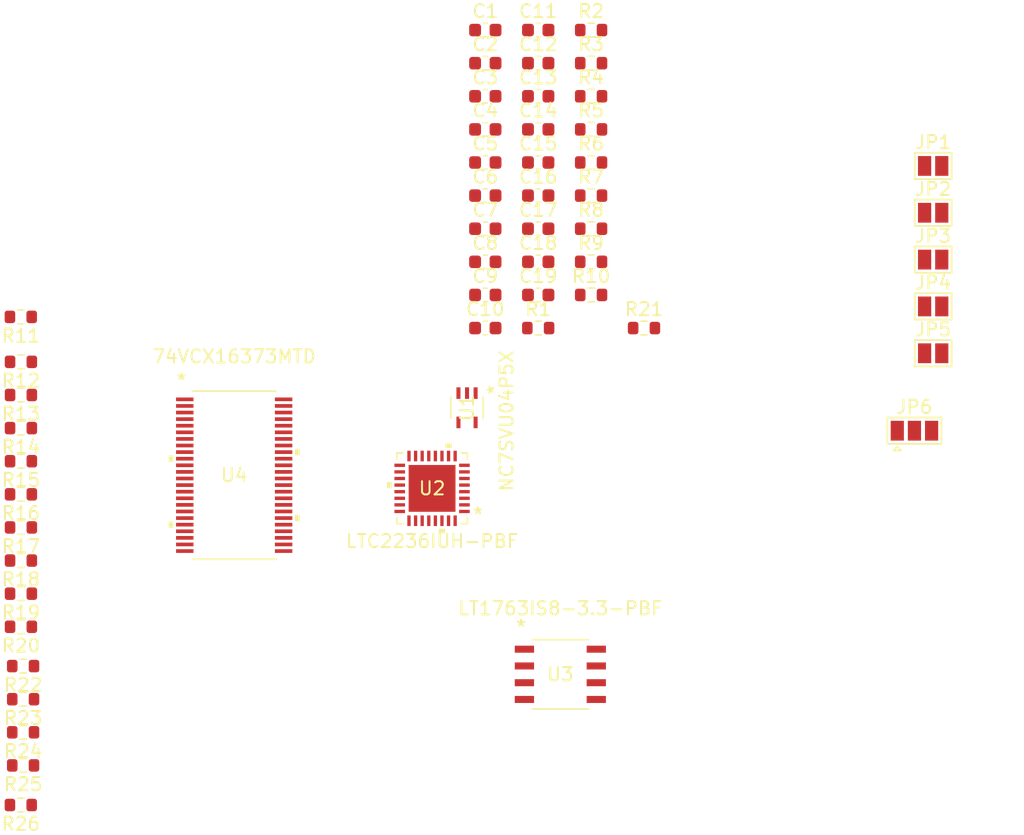
<source format=kicad_pcb>
(kicad_pcb (version 20221018) (generator pcbnew)
  (layers (0 "F.Cu" signal) (31 "B.Cu" signal) (34 "B.Paste" user) (35 "F.Paste" user) (36 "B.SilkS" user "B.Silkscreen") (37 "F.SilkS" user "F.Silkscreen") (38 "B.Mask" user) (39 "F.Mask" user) (44 "Edge.Cuts" user))
  (net 0 "")
  (net 1 "Net-(JP1-B)")
  (net 2 "GND")
  (net 3 "VDD")
  (net 4 "Net-(U2-AIN+)")
  (net 5 "Net-(U2-AIN-)")
  (net 6 "Net-(C6-Pad1)")
  (net 7 "Net-(C7-Pad1)")
  (net 8 "Net-(JP2-B)")
  (net 9 "VCC")
  (net 10 "Net-(U3-SENSE{slash}ADJ)")
  (net 11 "Net-(U3-BYP)")
  (net 12 "Net-(JP6-A)")
  (net 13 "Net-(JP3-A)")
  (net 14 "Net-(JP4-A)")
  (net 15 "Net-(JP6-C)")
  (net 16 "/CLK")
  (net 17 "/TO_ADC_H")
  (net 18 "/TO_ADC_L")
  (net 19 "Net-(U4-O0)")
  (net 20 "Net-(U4-O1)")
  (net 21 "Net-(U4-O2)")
  (net 22 "Net-(U4-O3)")
  (net 23 "Net-(U4-O4)")
  (net 24 "Net-(U4-O5)")
  (net 25 "/D0")
  (net 26 "Net-(U4-O6)")
  (net 27 "/D1")
  (net 28 "Net-(U4-O7)")
  (net 29 "/D2")
  (net 30 "Net-(U4-O8)")
  (net 31 "/D3")
  (net 32 "Net-(U4-O9)")
  (net 33 "/D4")
  (net 34 "Net-(U4-O10)")
  (net 35 "/D5")
  (net 36 "Net-(U4-O11)")
  (net 37 "/D6")
  (net 38 "Net-(U4-O12)")
  (net 39 "/D7")
  (net 40 "Net-(U4-O13)")
  (net 41 "/D8")
  (net 42 "Net-(U4-O14)")
  (net 43 "/D9")
  (net 44 "Net-(U4-O15)")
  (net 46 "Net-(U1-Y)")
  (net 51 "Net-(U2-D0)")
  (net 52 "Net-(U2-D1)")
  (net 53 "Net-(U2-D2)")
  (net 54 "Net-(U2-D3)")
  (net 55 "Net-(U2-D4)")
  (net 56 "Net-(U2-D5)")
  (net 57 "Net-(U2-D6)")
  (net 58 "Net-(U2-D7)")
  (net 59 "Net-(U2-D8)")
  (net 60 "Net-(U2-D9)")
  (net 61 "Net-(U2-OF)")
  (footprint "Resistor_SMD:R_0603_1608Metric" (layer "F.Cu") (at 65.825 125 180)
    (fp_text reference "R26" (at 0 -1.43) (layer "F.SilkS"))
    (fp_text value "33")
    (fp_line (start -0.237258 -0.5225) (end 0.237258 -0.5225) (stroke (width 0.12)) (layer "F.SilkS"))
    (fp_line (start -0.237258 0.5225) (end 0.237258 0.5225) (stroke (width 0.12)) (layer "F.SilkS"))
    (pad "1" smd roundrect (at -0.825 0 180) (size 0.8 0.95) (layers "F.Cu" "F.Paste" "F.Mask") (net 44 "Net-(U4-O15)"))
    (pad "2" smd roundrect (at 0.825 0 180) (size 0.8 0.95) (layers "F.Cu" "F.Paste" "F.Mask") (net 2 "GND"))
  )
  (footprint "Resistor_SMD:R_0603_1608Metric" (layer "F.Cu") (at 65.835 111.49 180)
    (fp_text reference "R20" (at 0 -1.43) (layer "F.SilkS"))
    (fp_text value "33")
    (fp_line (start -0.237258 -0.5225) (end 0.237258 -0.5225) (stroke (width 0.12)) (layer "F.SilkS"))
    (fp_line (start -0.237258 0.5225) (end 0.237258 0.5225) (stroke (width 0.12)) (layer "F.SilkS"))
    (pad "1" smd roundrect (at -0.825 0 180) (size 0.8 0.95) (layers "F.Cu" "F.Paste" "F.Mask") (net 32 "Net-(U4-O9)"))
    (pad "2" smd roundrect (at 0.825 0 180) (size 0.8 0.95) (layers "F.Cu" "F.Paste" "F.Mask") (net 33 "/D4"))
  )
  (footprint "Jumper:SolderJumper-2_P1.3mm_Open_Pad1.0x1.5mm" (layer "F.Cu") (at 134.9857 87.2071)
    (fp_text reference "JP4" (at 0 -1.8) (layer "F.SilkS"))
    (fp_text value "Jumper_2_Open")
    (fp_line (start -1.4 -1) (end 1.4 -1) (stroke (width 0.12)) (layer "F.SilkS"))
    (fp_line (start -1.4 1) (end -1.4 -1) (stroke (width 0.12)) (layer "F.SilkS"))
    (fp_line (start 1.4 -1) (end 1.4 1) (stroke (width 0.12)) (layer "F.SilkS"))
    (fp_line (start 1.4 1) (end -1.4 1) (stroke (width 0.12)) (layer "F.SilkS"))
    (pad "1" smd rect (at -0.65 0) (size 1 1.5) (layers "F.Cu" "F.Mask") (net 14 "Net-(JP4-A)"))
    (pad "2" smd rect (at 0.65 0) (size 1 1.5) (layers "F.Cu" "F.Mask") (net 8 "Net-(JP2-B)"))
  )
  (footprint "Capacitor_SMD:C_0603_1608Metric" (layer "F.Cu") (at 105.0457 81.3171)
    (fp_text reference "C17" (at 0 -1.43) (layer "F.SilkS"))
    (fp_text value "0.1u")
    (fp_line (start -0.14058 -0.51) (end 0.14058 -0.51) (stroke (width 0.12)) (layer "F.SilkS"))
    (fp_line (start -0.14058 0.51) (end 0.14058 0.51) (stroke (width 0.12)) (layer "F.SilkS"))
    (pad "1" smd roundrect (at -0.775 0) (size 0.9 0.95) (layers "F.Cu" "F.Paste" "F.Mask") (net 9 "VCC"))
    (pad "2" smd roundrect (at 0.775 0) (size 0.9 0.95) (layers "F.Cu" "F.Paste" "F.Mask") (net 2 "GND"))
  )
  (footprint "Capacitor_SMD:C_0603_1608Metric" (layer "F.Cu") (at 105.0457 78.8071)
    (fp_text reference "C16" (at 0 -1.43) (layer "F.SilkS"))
    (fp_text value "0.1u")
    (fp_line (start -0.14058 -0.51) (end 0.14058 -0.51) (stroke (width 0.12)) (layer "F.SilkS"))
    (fp_line (start -0.14058 0.51) (end 0.14058 0.51) (stroke (width 0.12)) (layer "F.SilkS"))
    (pad "1" smd roundrect (at -0.775 0) (size 0.9 0.95) (layers "F.Cu" "F.Paste" "F.Mask") (net 9 "VCC"))
    (pad "2" smd roundrect (at 0.775 0) (size 0.9 0.95) (layers "F.Cu" "F.Paste" "F.Mask") (net 2 "GND"))
  )
  (footprint "Capacitor_SMD:C_0603_1608Metric" (layer "F.Cu") (at 101.0357 66.2571)
    (fp_text reference "C1" (at 0 -1.43) (layer "F.SilkS"))
    (fp_text value "0.1u")
    (fp_line (start -0.14058 -0.51) (end 0.14058 -0.51) (stroke (width 0.12)) (layer "F.SilkS"))
    (fp_line (start -0.14058 0.51) (end 0.14058 0.51) (stroke (width 0.12)) (layer "F.SilkS"))
    (pad "1" smd roundrect (at -0.775 0) (size 0.9 0.95) (layers "F.Cu" "F.Paste" "F.Mask") (net 1 "Net-(JP1-B)"))
    (pad "2" smd roundrect (at 0.775 0) (size 0.9 0.95) (layers "F.Cu" "F.Paste" "F.Mask") (net 2 "GND"))
  )
  (footprint "Latch:74VCX16373MTD" (layer "F.Cu") (at 82 100)
    (fp_text reference "U4" (at 0 0) (layer "F.SilkS"))
    (fp_text value "74VCX16373MTD" (at 0 -9) (layer "F.SilkS"))
    (fp_text user "*" (at -4.0005 -7.1724) (layer "F.SilkS"))
    (fp_text user "*" (at -4.0005 -7.1724) (layer "F.SilkS"))
    (fp_line (start -3.175 6.3754) (end 3.175 6.3754) (stroke (width 0.12)) (layer "F.SilkS"))
    (fp_line (start 3.175 -6.3754) (end -3.175 -6.3754) (stroke (width 0.12)) (layer "F.SilkS"))
    (fp_poly (pts (xy -4.9149 -1.4405) (xy -4.9149 -1.0595) (xy -4.6609 -1.0595) (xy -4.6609 -1.4405)) (stroke (width 0.1)) (fill solid) (layer "F.SilkS"))
    (fp_poly (pts (xy -4.9149 3.5595) (xy -4.9149 3.9405) (xy -4.6609 3.9405) (xy -4.6609 3.5595)) (stroke (width 0.1)) (fill solid) (layer "F.SilkS"))
    (fp_poly (pts (xy 4.9149 -1.940502) (xy 4.9149 -1.559502) (xy 4.6609 -1.559502) (xy 4.6609 -1.940502)) (stroke (width 0.1)) (fill solid) (layer "F.SilkS"))
    (fp_poly (pts (xy 4.9149 3.059501) (xy 4.9149 3.440501) (xy 4.6609 3.440501) (xy 4.6609 3.059501)) (stroke (width 0.1)) (fill solid) (layer "F.SilkS"))
    (pad "1" smd rect (at -3.7465 -5.749999) (size 1.3208 0.2794) (layers "F.Cu" "F.Paste" "F.Mask") (net 15 "Net-(JP6-C)"))
    (pad "2" smd rect (at -3.7465 -5.25) (size 1.3208 0.2794) (layers "F.Cu" "F.Paste" "F.Mask") (net 19 "Net-(U4-O0)"))
    (pad "3" smd rect (at -3.7465 -4.750001) (size 1.3208 0.2794) (layers "F.Cu" "F.Paste" "F.Mask") (net 20 "Net-(U4-O1)"))
    (pad "4" smd rect (at -3.7465 -4.249999) (size 1.3208 0.2794) (layers "F.Cu" "F.Paste" "F.Mask") (net 2 "GND"))
    (pad "5" smd rect (at -3.7465 -3.75) (size 1.3208 0.2794) (layers "F.Cu" "F.Paste" "F.Mask") (net 21 "Net-(U4-O2)"))
    (pad "6" smd rect (at -3.7465 -3.250001) (size 1.3208 0.2794) (layers "F.Cu" "F.Paste" "F.Mask") (net 22 "Net-(U4-O3)"))
    (pad "7" smd rect (at -3.7465 -2.75) (size 1.3208 0.2794) (layers "F.Cu" "F.Paste" "F.Mask") (net 9 "VCC"))
    (pad "8" smd rect (at -3.7465 -2.250001) (size 1.3208 0.2794) (layers "F.Cu" "F.Paste" "F.Mask") (net 23 "Net-(U4-O4)"))
    (pad "9" smd rect (at -3.7465 -1.749999) (size 1.3208 0.2794) (layers "F.Cu" "F.Paste" "F.Mask") (net 24 "Net-(U4-O5)"))
    (pad "10" smd rect (at -3.7465 -1.25) (size 1.3208 0.2794) (layers "F.Cu" "F.Paste" "F.Mask") (net 2 "GND"))
    (pad "11" smd rect (at -3.7465 -0.750001) (size 1.3208 0.2794) (layers "F.Cu" "F.Paste" "F.Mask") (net 26 "Net-(U4-O6)"))
    (pad "12" smd rect (at -3.7465 -0.25) (size 1.3208 0.2794) (layers "F.Cu" "F.Paste" "F.Mask") (net 28 "Net-(U4-O7)"))
    (pad "13" smd rect (at -3.7465 0.25) (size 1.3208 0.2794) (layers "F.Cu" "F.Paste" "F.Mask") (net 30 "Net-(U4-O8)"))
    (pad "14" smd rect (at -3.7465 0.750001) (size 1.3208 0.2794) (layers "F.Cu" "F.Paste" "F.Mask") (net 32 "Net-(U4-O9)"))
    (pad "15" smd rect (at -3.7465 1.25) (size 1.3208 0.2794) (layers "F.Cu" "F.Paste" "F.Mask") (net 2 "GND"))
    (pad "16" smd rect (at -3.7465 1.749999) (size 1.3208 0.2794) (layers "F.Cu" "F.Paste" "F.Mask") (net 34 "Net-(U4-O10)"))
    (pad "17" smd rect (at -3.7465 2.250001) (size 1.3208 0.2794) (layers "F.Cu" "F.Paste" "F.Mask") (net 36 "Net-(U4-O11)"))
    (pad "18" smd rect (at -3.7465 2.75) (size 1.3208 0.2794) (layers "F.Cu" "F.Paste" "F.Mask") (net 9 "VCC"))
    (pad "19" smd rect (at -3.7465 3.250001) (size 1.3208 0.2794) (layers "F.Cu" "F.Paste" "F.Mask") (net 38 "Net-(U4-O12)"))
    (pad "20" smd rect (at -3.7465 3.75) (size 1.3208 0.2794) (layers "F.Cu" "F.Paste" "F.Mask") (net 40 "Net-(U4-O13)"))
    (pad "21" smd rect (at -3.7465 4.249999) (size 1.3208 0.2794) (layers "F.Cu" "F.Paste" "F.Mask") (net 2 "GND"))
    (pad "22" smd rect (at -3.7465 4.750001) (size 1.3208 0.2794) (layers "F.Cu" "F.Paste" "F.Mask") (net 42 "Net-(U4-O14)"))
    (pad "23" smd rect (at -3.7465 5.25) (size 1.3208 0.2794) (layers "F.Cu" "F.Paste" "F.Mask") (net 44 "Net-(U4-O15)"))
    (pad "24" smd rect (at -3.7465 5.750001) (size 1.3208 0.2794) (layers "F.Cu" "F.Paste" "F.Mask") (net 15 "Net-(JP6-C)"))
    (pad "25" smd rect (at 3.7465 5.749999) (size 1.3208 0.2794) (layers "F.Cu" "F.Paste" "F.Mask") (net 9 "VCC"))
    (pad "26" smd rect (at 3.7465 5.25) (size 1.3208 0.2794) (layers "F.Cu" "F.Paste" "F.Mask") (net 61 "Net-(U2-OF)"))
    (pad "27" smd rect (at 3.7465 4.750001) (size 1.3208 0.2794) (layers "F.Cu" "F.Paste" "F.Mask") (net 60 "Net-(U2-D9)"))
    (pad "28" smd rect (at 3.7465 4.249999) (size 1.3208 0.2794) (layers "F.Cu" "F.Paste" "F.Mask") (net 2 "GND"))
    (pad "29" smd rect (at 3.7465 3.75) (size 1.3208 0.2794) (layers "F.Cu" "F.Paste" "F.Mask") (net 59 "Net-(U2-D8)"))
    (pad "30" smd rect (at 3.7465 3.249999) (size 1.3208 0.2794) (layers "F.Cu" "F.Paste" "F.Mask") (net 58 "Net-(U2-D7)"))
    (pad "31" smd rect (at 3.7465 2.75) (size 1.3208 0.2794) (layers "F.Cu" "F.Paste" "F.Mask") (net 9 "VCC"))
    (pad "32" smd rect (at 3.7465 2.250001) (size 1.3208 0.2794) (layers "F.Cu" "F.Paste" "F.Mask") (net 57 "Net-(U2-D6)"))
    (pad "33" smd rect (at 3.7465 1.749999) (size 1.3208 0.2794) (layers "F.Cu" "F.Paste" "F.Mask") (net 56 "Net-(U2-D5)"))
    (pad "34" smd rect (at 3.7465 1.25) (size 1.3208 0.2794) (layers "F.Cu" "F.Paste" "F.Mask") (net 2 "GND"))
    (pad "35" smd rect (at 3.7465 0.749998) (size 1.3208 0.2794) (layers "F.Cu" "F.Paste" "F.Mask") (net 55 "Net-(U2-D4)"))
    (pad "36" smd rect (at 3.7465 0.25) (size 1.3208 0.2794) (layers "F.Cu" "F.Paste" "F.Mask") (net 54 "Net-(U2-D3)"))
    (pad "37" smd rect (at 3.7465 -0.25) (size 1.3208 0.2794) (layers "F.Cu" "F.Paste" "F.Mask") (net 53 "Net-(U2-D2)"))
    (pad "38" smd rect (at 3.7465 -0.750001) (size 1.3208 0.2794) (layers "F.Cu" "F.Paste" "F.Mask") (net 52 "Net-(U2-D1)"))
    (pad "39" smd rect (at 3.7465 -1.25) (size 1.3208 0.2794) (layers "F.Cu" "F.Paste" "F.Mask") (net 2 "GND"))
    (pad "40" smd rect (at 3.7465 -1.749999) (size 1.3208 0.2794) (layers "F.Cu" "F.Paste" "F.Mask") (net 51 "Net-(U2-D0)"))
    (pad "41" smd rect (at 3.7465 -2.250001) (size 1.3208 0.2794) (layers "F.Cu" "F.Paste" "F.Mask"))
    (pad "42" smd rect (at 3.7465 -2.75) (size 1.3208 0.2794) (layers "F.Cu" "F.Paste" "F.Mask") (net 9 "VCC"))
    (pad "43" smd rect (at 3.7465 -3.250001) (size 1.3208 0.2794) (layers "F.Cu" "F.Paste" "F.Mask"))
    (pad "44" smd rect (at 3.7465 -3.75) (size 1.3208 0.2794) (layers "F.Cu" "F.Paste" "F.Mask"))
    (pad "45" smd rect (at 3.7465 -4.249999) (size 1.3208 0.2794) (layers "F.Cu" "F.Paste" "F.Mask") (net 2 "GND"))
    (pad "46" smd rect (at 3.7465 -4.750001) (size 1.3208 0.2794) (layers "F.Cu" "F.Paste" "F.Mask"))
    (pad "47" smd rect (at 3.7465 -5.25) (size 1.3208 0.2794) (layers "F.Cu" "F.Paste" "F.Mask") (net 2 "GND"))
    (pad "48" smd rect (at 3.7465 -5.750001) (size 1.3208 0.2794) (layers "F.Cu" "F.Paste" "F.Mask") (net 9 "VCC"))
  )
  (footprint "Jumper:SolderJumper-2_P1.3mm_Open_Pad1.0x1.5mm" (layer "F.Cu") (at 134.9857 76.5571)
    (fp_text reference "JP1" (at 0 -1.8) (layer "F.SilkS"))
    (fp_text value "Jumper_2_Bridged")
    (fp_line (start -1.4 -1) (end 1.4 -1) (stroke (width 0.12)) (layer "F.SilkS"))
    (fp_line (start -1.4 1) (end -1.4 -1) (stroke (width 0.12)) (layer "F.SilkS"))
    (fp_line (start 1.4 -1) (end 1.4 1) (stroke (width 0.12)) (layer "F.SilkS"))
    (fp_line (start 1.4 1) (end -1.4 1) (stroke (width 0.12)) (layer "F.SilkS"))
    (pad "1" smd rect (at -0.65 0) (size 1 1.5) (layers "F.Cu" "F.Mask") (net 3 "VDD"))
    (pad "2" smd rect (at 0.65 0) (size 1 1.5) (layers "F.Cu" "F.Mask") (net 1 "Net-(JP1-B)"))
  )
  (footprint "Jumper:SolderJumper-2_P1.3mm_Open_Pad1.0x1.5mm" (layer "F.Cu") (at 134.9857 90.7571)
    (fp_text reference "JP5" (at 0 -1.8) (layer "F.SilkS"))
    (fp_text value "Jumper_2_Open")
    (fp_line (start -1.4 -1) (end 1.4 -1) (stroke (width 0.12)) (layer "F.SilkS"))
    (fp_line (start -1.4 1) (end -1.4 -1) (stroke (width 0.12)) (layer "F.SilkS"))
    (fp_line (start 1.4 -1) (end 1.4 1) (stroke (width 0.12)) (layer "F.SilkS"))
    (fp_line (start 1.4 1) (end -1.4 1) (stroke (width 0.12)) (layer "F.SilkS"))
    (pad "1" smd rect (at -0.65 0) (size 1 1.5) (layers "F.Cu" "F.Mask") (net 2 "GND"))
    (pad "2" smd rect (at 0.65 0) (size 1 1.5) (layers "F.Cu" "F.Mask") (net 8 "Net-(JP2-B)"))
  )
  (footprint "Capacitor_SMD:C_0603_1608Metric" (layer "F.Cu") (at 101.0357 83.8271)
    (fp_text reference "C8" (at 0 -1.43) (layer "F.SilkS"))
    (fp_text value "2.2u")
    (fp_line (start -0.14058 -0.51) (end 0.14058 -0.51) (stroke (width 0.12)) (layer "F.SilkS"))
    (fp_line (start -0.14058 0.51) (end 0.14058 0.51) (stroke (width 0.12)) (layer "F.SilkS"))
    (pad "1" smd roundrect (at -0.775 0) (size 0.9 0.95) (layers "F.Cu" "F.Paste" "F.Mask") (net 6 "Net-(C6-Pad1)"))
    (pad "2" smd roundrect (at 0.775 0) (size 0.9 0.95) (layers "F.Cu" "F.Paste" "F.Mask") (net 7 "Net-(C7-Pad1)"))
  )
  (footprint "Resistor_SMD:R_0603_1608Metric" (layer "F.Cu") (at 113.0657 88.8471)
    (fp_text reference "R21" (at 0 -1.43) (layer "F.SilkS"))
    (fp_text value "33")
    (fp_line (start -0.237258 -0.5225) (end 0.237258 -0.5225) (stroke (width 0.12)) (layer "F.SilkS"))
    (fp_line (start -0.237258 0.5225) (end 0.237258 0.5225) (stroke (width 0.12)) (layer "F.SilkS"))
    (pad "1" smd roundrect (at -0.825 0) (size 0.8 0.95) (layers "F.Cu" "F.Paste" "F.Mask") (net 34 "Net-(U4-O10)"))
    (pad "2" smd roundrect (at 0.825 0) (size 0.8 0.95) (layers "F.Cu" "F.Paste" "F.Mask") (net 35 "/D5"))
  )
  (footprint "LTC2236:LTC2236IUH-PBF" (layer "F.Cu") (at 97 101 180)
    (fp_text reference "U2" (at 0 0) (layer "F.SilkS"))
    (fp_text value "LTC2236IUH-PBF" (at 0 -4) (layer "F.SilkS"))
    (fp_text user "*" (at -3.489801 -2) (layer "F.SilkS"))
    (fp_text user "*" (at -3.489801 -2) (layer "F.SilkS"))
    (fp_line (start -2.677 -2.677) (end -2.677 -2.207339) (stroke (width 0.12)) (layer "F.SilkS"))
    (fp_line (start -2.677 2.207339) (end -2.677 2.677) (stroke (width 0.12)) (layer "F.SilkS"))
    (fp_line (start -2.677 2.677) (end -2.207339 2.677) (stroke (width 0.12)) (layer "F.SilkS"))
    (fp_line (start -2.207339 -2.677) (end -2.677 -2.677) (stroke (width 0.12)) (layer "F.SilkS"))
    (fp_line (start 2.207339 2.677) (end 2.677 2.677) (stroke (width 0.12)) (layer "F.SilkS"))
    (fp_line (start 2.677 -2.677) (end 2.207339 -2.677) (stroke (width 0.12)) (layer "F.SilkS"))
    (fp_line (start 2.677 -2.207339) (end 2.677 -2.677) (stroke (width 0.12)) (layer "F.SilkS"))
    (fp_line (start 2.677 2.677) (end 2.677 2.207339) (stroke (width 0.12)) (layer "F.SilkS"))
    (fp_poly (pts (xy -1.4405 3.1088) (xy -1.4405 3.3628) (xy -1.0595 3.3628) (xy -1.0595 3.1088)) (stroke (width 0.1)) (fill solid) (layer "F.SilkS"))
    (fp_poly (pts (xy -0.940501 -3.1088) (xy -0.940501 -3.3628) (xy -0.559501 -3.3628) (xy -0.559501 -3.1088)) (stroke (width 0.1)) (fill solid) (layer "F.SilkS"))
    (fp_poly (pts (xy 3.3628 0.059499) (xy 3.3628 0.4405) (xy 3.1088 0.4405) (xy 3.1088 0.059499)) (stroke (width 0.1)) (fill solid) (layer "F.SilkS"))
    (pad "1" smd rect (at -2.4524 -1.749999 270) (size 0.2492 0.8048) (layers "F.Cu" "F.Paste" "F.Mask") (net 4 "Net-(U2-AIN+)"))
    (pad "2" smd rect (at -2.4524 -1.25 270) (size 0.2492 0.8048) (layers "F.Cu" "F.Paste" "F.Mask") (net 5 "Net-(U2-AIN-)"))
    (pad "3" smd rect (at -2.4524 -0.750001 270) (size 0.2492 0.8048) (layers "F.Cu" "F.Paste" "F.Mask") (net 6 "Net-(C6-Pad1)"))
    (pad "4" smd rect (at -2.4524 -0.25 270) (size 0.2492 0.8048) (layers "F.Cu" "F.Paste" "F.Mask") (net 6 "Net-(C6-Pad1)"))
    (pad "5" smd rect (at -2.4524 0.25 270) (size 0.2492 0.8048) (layers "F.Cu" "F.Paste" "F.Mask") (net 7 "Net-(C7-Pad1)"))
    (pad "6" smd rect (at -2.4524 0.750001 270) (size 0.2492 0.8048) (layers "F.Cu" "F.Paste" "F.Mask") (net 7 "Net-(C7-Pad1)"))
    (pad "7" smd rect (at -2.4524 1.25 270) (size 0.2492 0.8048) (layers "F.Cu" "F.Paste" "F.Mask") (net 3 "VDD"))
    (pad "8" smd rect (at -2.4524 1.749999 270) (size 0.2492 0.8048) (layers "F.Cu" "F.Paste" "F.Mask") (net 2 "GND"))
    (pad "9" smd rect (at -1.749999 2.4524 180) (size 0.2492 0.8048) (layers "F.Cu" "F.Paste" "F.Mask") (net 46 "Net-(U1-Y)"))
    (pad "10" smd rect (at -1.25 2.4524 180) (size 0.2492 0.8048) (layers "F.Cu" "F.Paste" "F.Mask") (net 2 "GND"))
    (pad "11" smd rect (at -0.750001 2.4524 180) (size 0.2492 0.8048) (layers "F.Cu" "F.Paste" "F.Mask") (net 2 "GND"))
    (pad "12" smd rect (at -0.25 2.4524 180) (size 0.2492 0.8048) (layers "F.Cu" "F.Paste" "F.Mask"))
    (pad "13" smd rect (at 0.25 2.4524 180) (size 0.2492 0.8048) (layers "F.Cu" "F.Paste" "F.Mask"))
    (pad "14" smd rect (at 0.750001 2.4524 180) (size 0.2492 0.8048) (layers "F.Cu" "F.Paste" "F.Mask"))
    (pad "15" smd rect (at 1.25 2.4524 180) (size 0.2492 0.8048) (layers "F.Cu" "F.Paste" "F.Mask"))
    (pad "16" smd rect (at 1.749999 2.4524 180) (size 0.2492 0.8048) (layers "F.Cu" "F.Paste" "F.Mask") (net 51 "Net-(U2-D0)"))
    (pad "17" smd rect (at 2.4524 1.749999 270) (size 0.2492 0.8048) (layers "F.Cu" "F.Paste" "F.Mask") (net 52 "Net-(U2-D1)"))
    (pad "18" smd rect (at 2.4524 1.25 270) (size 0.2492 0.8048) (layers "F.Cu" "F.Paste" "F.Mask") (net 53 "Net-(U2-D2)"))
    (pad "19" smd rect (at 2.4524 0.750001 270) (size 0.2492 0.8048) (layers "F.Cu" "F.Paste" "F.Mask") (net 54 "Net-(U2-D3)"))
    (pad "20" smd rect (at 2.4524 0.25 270) (size 0.2492 0.8048) (layers "F.Cu" "F.Paste" "F.Mask") (net 2 "GND"))
    (pad "21" smd rect (at 2.4524 -0.25 270) (size 0.2492 0.8048) (layers "F.Cu" "F.Paste" "F.Mask") (net 9 "VCC"))
    (pad "22" smd rect (at 2.4524 -0.750001 270) (size 0.2492 0.8048) (layers "F.Cu" "F.Paste" "F.Mask") (net 55 "Net-(U2-D4)"))
    (pad "23" smd rect (at 2.4524 -1.25 270) (size 0.2492 0.8048) (layers "F.Cu" "F.Paste" "F.Mask") (net 56 "Net-(U2-D5)"))
    (pad "24" smd rect (at 2.4524 -1.749999 270) (size 0.2492 0.8048) (layers "F.Cu" "F.Paste" "F.Mask") (net 57 "Net-(U2-D6)"))
    (pad "25" smd rect (at 1.749999 -2.4524 180) (size 0.2492 0.8048) (layers "F.Cu" "F.Paste" "F.Mask") (net 58 "Net-(U2-D7)"))
    (pad "26" smd rect (at 1.25 -2.4524 180) (size 0.2492 0.8048) (layers "F.Cu" "F.Paste" "F.Mask") (net 59 "Net-(U2-D8)"))
    (pad "27" smd rect (at 0.750001 -2.4524 180) (size 0.2492 0.8048) (layers "F.Cu" "F.Paste" "F.Mask") (net 60 "Net-(U2-D9)"))
    (pad "28" smd rect (at 0.25 -2.4524 180) (size 0.2492 0.8048) (layers "F.Cu" "F.Paste" "F.Mask") (net 61 "Net-(U2-OF)"))
    (pad "29" smd rect (at -0.25 -2.4524 180) (size 0.2492 0.8048) (layers "F.Cu" "F.Paste" "F.Mask") (net 8 "Net-(JP2-B)"))
    (pad "30" smd rect (at -0.750001 -2.4524 180) (size 0.2492 0.8048) (layers "F.Cu" "F.Paste" "F.Mask") (net 1 "Net-(JP1-B)"))
    (pad "31" smd rect (at -1.25 -2.4524 180) (size 0.2492 0.8048) (layers "F.Cu" "F.Paste" "F.Mask") (net 2 "GND"))
    (pad "32" smd rect (at -1.749999 -2.4524 180) (size 0.2492 0.8048) (layers "F.Cu" "F.Paste" "F.Mask") (net 3 "VDD"))
    (pad "33" smd rect (at 0 0 180) (size 3.55 3.55) (layers "F.Cu" "F.Mask") (net 2 "GND"))
  )
  (footprint "Capacitor_SMD:C_0603_1608Metric" (layer "F.Cu") (at 105.0457 76.2971)
    (fp_text reference "C15" (at 0 -1.43) (layer "F.SilkS"))
    (fp_text value "1u")
    (fp_line (start -0.14058 -0.51) (end 0.14058 -0.51) (stroke (width 0.12)) (layer "F.SilkS"))
    (fp_line (start -0.14058 0.51) (end 0.14058 0.51) (stroke (width 0.12)) (layer "F.SilkS"))
    (pad "1" smd roundrect (at -0.775 0) (size 0.9 0.95) (layers "F.Cu" "F.Paste" "F.Mask") (net 3 "VDD"))
    (pad "2" smd roundrect (at 0.775 0) (size 0.9 0.95) (layers "F.Cu" "F.Paste" "F.Mask") (net 2 "GND"))
  )
  (footprint "Capacitor_SMD:C_0603_1608Metric" (layer "F.Cu") (at 101.0357 78.8071)
    (fp_text reference "C6" (at 0 -1.43) (layer "F.SilkS"))
    (fp_text value "1u")
    (fp_line (start -0.14058 -0.51) (end 0.14058 -0.51) (stroke (width 0.12)) (layer "F.SilkS"))
    (fp_line (start -0.14058 0.51) (end 0.14058 0.51) (stroke (width 0.12)) (layer "F.SilkS"))
    (pad "1" smd roundrect (at -0.775 0) (size 0.9 0.95) (layers "F.Cu" "F.Paste" "F.Mask") (net 6 "Net-(C6-Pad1)"))
    (pad "2" smd roundrect (at 0.775 0) (size 0.9 0.95) (layers "F.Cu" "F.Paste" "F.Mask") (net 2 "GND"))
  )
  (footprint "Resistor_SMD:R_0603_1608Metric" (layer "F.Cu") (at 65.835 103.96 180)
    (fp_text reference "R17" (at 0 -1.43) (layer "F.SilkS"))
    (fp_text value "33")
    (fp_line (start -0.237258 -0.5225) (end 0.237258 -0.5225) (stroke (width 0.12)) (layer "F.SilkS"))
    (fp_line (start -0.237258 0.5225) (end 0.237258 0.5225) (stroke (width 0.12)) (layer "F.SilkS"))
    (pad "1" smd roundrect (at -0.825 0 180) (size 0.8 0.95) (layers "F.Cu" "F.Paste" "F.Mask") (net 26 "Net-(U4-O6)"))
    (pad "2" smd roundrect (at 0.825 0 180) (size 0.8 0.95) (layers "F.Cu" "F.Paste" "F.Mask") (net 27 "/D1"))
  )
  (footprint "Resistor_SMD:R_0603_1608Metric" (layer "F.Cu") (at 109.0557 66.2571)
    (fp_text reference "R2" (at 0 -1.43) (layer "F.SilkS"))
    (fp_text value "1k")
    (fp_line (start -0.237258 -0.5225) (end 0.237258 -0.5225) (stroke (width 0.12)) (layer "F.SilkS"))
    (fp_line (start -0.237258 0.5225) (end 0.237258 0.5225) (stroke (width 0.12)) (layer "F.SilkS"))
    (pad "1" smd roundrect (at -0.825 0) (size 0.8 0.95) (layers "F.Cu" "F.Paste" "F.Mask") (net 16 "/CLK"))
    (pad "2" smd roundrect (at 0.825 0) (size 0.8 0.95) (layers "F.Cu" "F.Paste" "F.Mask") (net 2 "GND"))
  )
  (footprint "Resistor_SMD:R_0603_1608Metric" (layer "F.Cu") (at 65.835 101.45 180)
    (fp_text reference "R16" (at 0 -1.43) (layer "F.SilkS"))
    (fp_text value "33")
    (fp_line (start -0.237258 -0.5225) (end 0.237258 -0.5225) (stroke (width 0.12)) (layer "F.SilkS"))
    (fp_line (start -0.237258 0.5225) (end 0.237258 0.5225) (stroke (width 0.12)) (layer "F.SilkS"))
    (pad "1" smd roundrect (at -0.825 0 180) (size 0.8 0.95) (layers "F.Cu" "F.Paste" "F.Mask") (net 24 "Net-(U4-O5)"))
    (pad "2" smd roundrect (at 0.825 0 180) (size 0.8 0.95) (layers "F.Cu" "F.Paste" "F.Mask") (net 25 "/D0"))
  )
  (footprint "Resistor_SMD:R_0603_1608Metric" (layer "F.Cu") (at 109.0557 76.2971)
    (fp_text reference "R6" (at 0 -1.43) (layer "F.SilkS"))
    (fp_text value "1K")
    (fp_line (start -0.237258 -0.5225) (end 0.237258 -0.5225) (stroke (width 0.12)) (layer "F.SilkS"))
    (fp_line (start -0.237258 0.5225) (end 0.237258 0.5225) (stroke (width 0.12)) (layer "F.SilkS"))
    (pad "1" smd roundrect (at -0.825 0) (size 0.8 0.95) (layers "F.Cu" "F.Paste" "F.Mask") (net 3 "VDD"))
    (pad "2" smd roundrect (at 0.825 0) (size 0.8 0.95) (layers "F.Cu" "F.Paste" "F.Mask") (net 13 "Net-(JP3-A)"))
  )
  (footprint "Capacitor_SMD:C_0603_1608Metric" (layer "F.Cu") (at 105.0457 86.3371)
    (fp_text reference "C19" (at 0 -1.43) (layer "F.SilkS"))
    (fp_text value "0.1u")
    (fp_line (start -0.14058 -0.51) (end 0.14058 -0.51) (stroke (width 0.12)) (layer "F.SilkS"))
    (fp_line (start -0.14058 0.51) (end 0.14058 0.51) (stroke (width 0.12)) (layer "F.SilkS"))
    (pad "1" smd roundrect (at -0.775 0) (size 0.9 0.95) (layers "F.Cu" "F.Paste" "F.Mask") (net 9 "VCC"))
    (pad "2" smd roundrect (at 0.775 0) (size 0.9 0.95) (layers "F.Cu" "F.Paste" "F.Mask") (net 2 "GND"))
  )
  (footprint "INVERTER:NC7SVU04P5X" (layer "F.Cu") (at 99.649999 94.88875 -90)
    (fp_text reference "U1" (at 0 0 90) (layer "F.SilkS"))
    (fp_text value "NC7SVU04P5X" (at 1 -3 90) (layer "F.SilkS"))
    (fp_text user "*" (at -1.36525 -2.0978 90) (layer "F.SilkS"))
    (fp_text user "*" (at -1.36525 -2.0978 90) (layer "F.SilkS"))
    (fp_line (start -0.8001 1.2319) (end 0.8001 1.2319) (stroke (width 0.12)) (layer "F.SilkS"))
    (fp_line (start 0.8001 -1.2319) (end -0.8001 -1.2319) (stroke (width 0.12)) (layer "F.SilkS"))
    (fp_line (start 0.8001 0.164859) (end 0.8001 -0.164859) (stroke (width 0.12)) (layer "F.SilkS"))
    (pad "1" smd rect (at -1.11125 -0.649999 270) (size 0.8763 0.3048) (layers "F.Cu" "F.Paste" "F.Mask"))
    (pad "2" smd rect (at -1.11125 0 270) (size 0.8763 0.3048) (layers "F.Cu" "F.Paste" "F.Mask") (net 16 "/CLK"))
    (pad "3" smd rect (at -1.11125 0.649999 270) (size 0.8763 0.3048) (layers "F.Cu" "F.Paste" "F.Mask") (net 2 "GND"))
    (pad "4" smd rect (at 1.11125 0.649999 270) (size 0.8763 0.3048) (layers "F.Cu" "F.Paste" "F.Mask") (net 46 "Net-(U1-Y)"))
    (pad "5" smd rect (at 1.11125 -0.649999 270) (size 0.8763 0.3048) (layers "F.Cu" "F.Paste" "F.Mask") (net 3 "VDD"))
  )
  (footprint "Capacitor_SMD:C_0603_1608Metric" (layer "F.Cu") (at 101.0357 71.2771)
    (fp_text reference "C3" (at 0 -1.43) (layer "F.SilkS"))
    (fp_text value "4.7u")
    (fp_line (start -0.14058 -0.51) (end 0.14058 -0.51) (stroke (width 0.12)) (layer "F.SilkS"))
    (fp_line (start -0.14058 0.51) (end 0.14058 0.51) (stroke (width 0.12)) (layer "F.SilkS"))
    (pad "1" smd roundrect (at -0.775 0) (size 0.9 0.95) (layers "F.Cu" "F.Paste" "F.Mask") (net 3 "VDD"))
    (pad "2" smd roundrect (at 0.775 0) (size 0.9 0.95) (layers "F.Cu" "F.Paste" "F.Mask") (net 2 "GND"))
  )
  (footprint "Resistor_SMD:R_0603_1608Metric" (layer "F.Cu") (at 109.0557 78.8071)
    (fp_text reference "R7" (at 0 -1.43) (layer "F.SilkS"))
    (fp_text value "1K")
    (fp_line (start -0.237258 -0.5225) (end 0.237258 -0.5225) (stroke (width 0.12)) (layer "F.SilkS"))
    (fp_line (start -0.237258 0.5225) (end 0.237258 0.5225) (stroke (width 0.12)) (layer "F.SilkS"))
    (pad "1" smd roundrect (at -0.825 0) (size 0.8 0.95) (layers "F.Cu" "F.Paste" "F.Mask") (net 13 "Net-(JP3-A)"))
    (pad "2" smd roundrect (at 0.825 0) (size 0.8 0.95) (layers "F.Cu" "F.Paste" "F.Mask") (net 14 "Net-(JP4-A)"))
  )
  (footprint "Resistor_SMD:R_0603_1608Metric" (layer "F.Cu") (at 66 122 180)
    (fp_text reference "R25" (at 0 -1.43) (layer "F.SilkS"))
    (fp_text value "33")
    (fp_line (start -0.237258 -0.5225) (end 0.237258 -0.5225) (stroke (width 0.12)) (layer "F.SilkS"))
    (fp_line (start -0.237258 0.5225) (end 0.237258 0.5225) (stroke (width 0.12)) (layer "F.SilkS"))
    (pad "1" smd roundrect (at -0.825 0 180) (size 0.8 0.95) (layers "F.Cu" "F.Paste" "F.Mask") (net 42 "Net-(U4-O14)"))
    (pad "2" smd roundrect (at 0.825 0 180) (size 0.8 0.95) (layers "F.Cu" "F.Paste" "F.Mask") (net 43 "/D9"))
  )
  (footprint "Capacitor_SMD:C_0603_1608Metric" (layer "F.Cu") (at 101.0357 68.7671)
    (fp_text reference "C2" (at 0 -1.43) (layer "F.SilkS"))
    (fp_text value "0.1u")
    (fp_line (start -0.14058 -0.51) (end 0.14058 -0.51) (stroke (width 0.12)) (layer "F.SilkS"))
    (fp_line (start -0.14058 0.51) (end 0.14058 0.51) (stroke (width 0.12)) (layer "F.SilkS"))
    (pad "1" smd roundrect (at -0.775 0) (size 0.9 0.95) (layers "F.Cu" "F.Paste" "F.Mask") (net 2 "GND"))
    (pad "2" smd roundrect (at 0.775 0) (size 0.9 0.95) (layers "F.Cu" "F.Paste" "F.Mask") (net 3 "VDD"))
  )
  (footprint "Resistor_SMD:R_0603_1608Metric" (layer "F.Cu") (at 109.0557 73.7871)
    (fp_text reference "R5" (at 0 -1.43) (layer "F.SilkS"))
    (fp_text value "18")
    (fp_line (start -0.237258 -0.5225) (end 0.237258 -0.5225) (stroke (width 0.12)) (layer "F.SilkS"))
    (fp_line (start -0.237258 0.5225) (end 0.237258 0.5225) (stroke (width 0.12)) (layer "F.SilkS"))
    (pad "1" smd roundrect (at -0.825 0) (size 0.8 0.95) (layers "F.Cu" "F.Paste" "F.Mask") (net 18 "/TO_ADC_L"))
    (pad "2" smd roundrect (at 0.825 0) (size 0.8 0.95) (layers "F.Cu" "F.Paste" "F.Mask") (net 5 "Net-(U2-AIN-)"))
  )
  (footprint "Capacitor_SMD:C_0603_1608Metric" (layer "F.Cu") (at 101.0357 86.3371)
    (fp_text reference "C9" (at 0 -1.43) (layer "F.SilkS"))
    (fp_text value "0.1u")
    (fp_line (start -0.14058 -0.51) (end 0.14058 -0.51) (stroke (width 0.12)) (layer "F.SilkS"))
    (fp_line (start -0.14058 0.51) (end 0.14058 0.51) (stroke (width 0.12)) (layer "F.SilkS"))
    (pad "1" smd roundrect (at -0.775 0) (size 0.9 0.95) (layers "F.Cu" "F.Paste" "F.Mask") (net 6 "Net-(C6-Pad1)"))
    (pad "2" smd roundrect (at 0.775 0) (size 0.9 0.95) (layers "F.Cu" "F.Paste" "F.Mask") (net 7 "Net-(C7-Pad1)"))
  )
  (footprint "Resistor_SMD:R_0603_1608Metric" (layer "F.Cu") (at 65.835 93.92 180)
    (fp_text reference "R13" (at 0 -1.43) (layer "F.SilkS"))
    (fp_text value "33")
    (fp_line (start -0.237258 -0.5225) (end 0.237258 -0.5225) (stroke (width 0.12)) (layer "F.SilkS"))
    (fp_line (start -0.237258 0.5225) (end 0.237258 0.5225) (stroke (width 0.12)) (layer "F.SilkS"))
    (pad "1" smd roundrect (at -0.825 0 180) (size 0.8 0.95) (layers "F.Cu" "F.Paste" "F.Mask") (net 21 "Net-(U4-O2)"))
    (pad "2" smd roundrect (at 0.825 0 180) (size 0.8 0.95) (layers "F.Cu" "F.Paste" "F.Mask") (net 2 "GND"))
  )
  (footprint "Capacitor_SMD:C_0603_1608Metric" (layer "F.Cu") (at 101.0357 73.7871)
    (fp_text reference "C4" (at 0 -1.43) (layer "F.SilkS"))
    (fp_text value "0.2n")
    (fp_line (start -0.14058 -0.51) (end 0.14058 -0.51) (stroke (width 0.12)) (layer "F.SilkS"))
    (fp_line (start -0.14058 0.51) (end 0.14058 0.51) (stroke (width 0.12)) (layer "F.SilkS"))
    (pad "1" smd roundrect (at -0.775 0) (size 0.9 0.95) (layers "F.Cu" "F.Paste" "F.Mask") (net 4 "Net-(U2-AIN+)"))
    (pad "2" smd roundrect (at 0.775 0) (size 0.9 0.95) (layers "F.Cu" "F.Paste" "F.Mask") (net 5 "Net-(U2-AIN-)"))
  )
  (footprint "Capacitor_SMD:C_0603_1608Metric" (layer "F.Cu") (at 105.0457 73.7871)
    (fp_text reference "C14" (at 0 -1.43) (layer "F.SilkS"))
    (fp_text value "0.1u")
    (fp_line (start -0.14058 -0.51) (end 0.14058 -0.51) (stroke (width 0.12)) (layer "F.SilkS"))
    (fp_line (start -0.14058 0.51) (end 0.14058 0.51) (stroke (width 0.12)) (layer "F.SilkS"))
    (pad "1" smd roundrect (at -0.775 0) (size 0.9 0.95) (layers "F.Cu" "F.Paste" "F.Mask") (net 9 "VCC"))
    (pad "2" smd roundrect (at 0.775 0) (size 0.9 0.95) (layers "F.Cu" "F.Paste" "F.Mask") (net 2 "GND"))
  )
  (footprint "Resistor_SMD:R_0603_1608Metric" (layer "F.Cu") (at 109.0557 83.8271)
    (fp_text reference "R9" (at 0 -1.43) (layer "F.SilkS"))
    (fp_text value "105K")
    (fp_line (start -0.237258 -0.5225) (end 0.237258 -0.5225) (stroke (width 0.12)) (layer "F.SilkS"))
    (fp_line (start -0.237258 0.5225) (end 0.237258 0.5225) (stroke (width 0.12)) (layer "F.SilkS"))
    (pad "1" smd roundrect (at -0.825 0) (size 0.8 0.95) (layers "F.Cu" "F.Paste" "F.Mask") (net 9 "VCC"))
    (pad "2" smd roundrect (at 0.825 0) (size 0.8 0.95) (layers "F.Cu" "F.Paste" "F.Mask") (net 10 "Net-(U3-SENSE{slash}ADJ)"))
  )
  (footprint "Capacitor_SMD:C_0603_1608Metric" (layer "F.Cu") (at 105.0457 71.2771)
    (fp_text reference "C13" (at 0 -1.43) (layer "F.SilkS"))
    (fp_text value "0.1u")
    (fp_line (start -0.14058 -0.51) (end 0.14058 -0.51) (stroke (width 0.12)) (layer "F.SilkS"))
    (fp_line (start -0.14058 0.51) (end 0.14058 0.51) (stroke (width 0.12)) (layer "F.SilkS"))
    (pad "1" smd roundrect (at -0.775 0) (size 0.9 0.95) (layers "F.Cu" "F.Paste" "F.Mask") (net 12 "Net-(JP6-A)"))
    (pad "2" smd roundrect (at 0.775 0) (size 0.9 0.95) (layers "F.Cu" "F.Paste" "F.Mask") (net 2 "GND"))
  )
  (footprint "Resistor_SMD:R_0603_1608Metric" (layer "F.Cu") (at 65.835 108.98 180)
    (fp_text reference "R19" (at 0 -1.43) (layer "F.SilkS"))
    (fp_text value "33")
    (fp_line (start -0.237258 -0.5225) (end 0.237258 -0.5225) (stroke (width 0.12)) (layer "F.SilkS"))
    (fp_line (start -0.237258 0.5225) (end 0.237258 0.5225) (stroke (width 0.12)) (layer "F.SilkS"))
    (pad "1" smd roundrect (at -0.825 0 180) (size 0.8 0.95) (layers "F.Cu" "F.Paste" "F.Mask") (net 30 "Net-(U4-O8)"))
    (pad "2" smd roundrect (at 0.825 0 180) (size 0.8 0.95) (layers "F.Cu" "F.Paste" "F.Mask") (net 31 "/D3"))
  )
  (footprint "Resistor_SMD:R_0603_1608Metric" (layer "F.Cu") (at 65.835 98.94 180)
    (fp_text reference "R15" (at 0 -1.43) (layer "F.SilkS"))
    (fp_text value "33")
    (fp_line (start -0.237258 -0.5225) (end 0.237258 -0.5225) (stroke (width 0.12)) (layer "F.SilkS"))
    (fp_line (start -0.237258 0.5225) (end 0.237258 0.5225) (stroke (width 0.12)) (layer "F.SilkS"))
    (pad "1" smd roundrect (at -0.825 0 180) (size 0.8 0.95) (layers "F.Cu" "F.Paste" "F.Mask") (net 23 "Net-(U4-O4)"))
    (pad "2" smd roundrect (at 0.825 0 180) (size 0.8 0.95) (layers "F.Cu" "F.Paste" "F.Mask") (net 2 "GND"))
  )
  (footprint "Jumper:SolderJumper-2_P1.3mm_Open_Pad1.0x1.5mm" (layer "F.Cu") (at 134.9857 80.1071)
    (fp_text reference "JP2" (at 0 -1.8) (layer "F.SilkS"))
    (fp_text value "Jumper_2_Bridged")
    (fp_line (start -1.4 -1) (end 1.4 -1) (stroke (width 0.12)) (layer "F.SilkS"))
    (fp_line (start -1.4 1) (end -1.4 -1) (stroke (width 0.12)) (layer "F.SilkS"))
    (fp_line (start 1.4 -1) (end 1.4 1) (stroke (width 0.12)) (layer "F.SilkS"))
    (fp_line (start 1.4 1) (end -1.4 1) (stroke (width 0.12)) (layer "F.SilkS"))
    (pad "1" smd rect (at -0.65 0) (size 1 1.5) (layers "F.Cu" "F.Mask") (net 3 "VDD"))
    (pad "2" smd rect (at 0.65 0) (size 1 1.5) (layers "F.Cu" "F.Mask") (net 8 "Net-(JP2-B)"))
  )
  (footprint "VCCsup:LT1763IS8-3.3-PBF" (layer "F.Cu") (at 106.72415 115.095)
    (fp_text reference "U3" (at 0 0) (layer "F.SilkS"))
    (fp_text value "LT1763IS8-3.3-PBF" (at 0 -5) (layer "F.SilkS"))
    (fp_text user "*" (at -2.97815 -3.5814) (layer "F.SilkS"))
    (fp_text user "*" (at -2.97815 -3.5814) (layer "F.SilkS"))
    (fp_line (start -2.1209 2.6289) (end 2.1209 2.6289) (stroke (width 0.12)) (layer "F.SilkS"))
    (fp_line (start 2.1209 -2.6289) (end -2.1209 -2.6289) (stroke (width 0.12)) (layer "F.SilkS"))
    (pad "1" smd rect (at -2.72415 -1.905) (size 1.4605 0.5334) (layers "F.Cu" "F.Paste" "F.Mask") (net 9 "VCC"))
    (pad "2" smd rect (at -2.72415 -0.635) (size 1.4605 0.5334) (layers "F.Cu" "F.Paste" "F.Mask") (net 10 "Net-(U3-SENSE{slash}ADJ)"))
    (pad "3" smd rect (at -2.72415 0.635) (size 1.4605 0.5334) (layers "F.Cu" "F.Paste" "F.Mask") (net 2 "GND"))
    (pad "4" smd rect (at -2.72415 1.905) (size 1.4605 0.5334) (layers "F.Cu" "F.Paste" "F.Mask") (net 11 "Net-(U3-BYP)"))
    (pad "5" smd rect (at 2.72415 1.905) (size 1.4605 0.5334) (layers "F.Cu" "F.Paste" "F.Mask") (net 3 "VDD"))
    (pad "6" smd rect (at 2.72415 0.635) (size 1.4605 0.5334) (layers "F.Cu" "F.Paste" "F.Mask") (net 2 "GND"))
    (pad "7" smd rect (at 2.72415 -0.635) (size 1.4605 0.5334) (layers "F.Cu" "F.Paste" "F.Mask") (net 2 "GND"))
    (pad "8" smd rect (at 2.72415 -1.905) (size 1.4605 0.5334) (layers "F.Cu" "F.Paste" "F.Mask") (net 3 "VDD"))
  )
  (footprint "Resistor_SMD:R_0603_1608Metric" (layer "F.Cu") (at 109.0557 81.3171)
    (fp_text reference "R8" (at 0 -1.43) (layer "F.SilkS"))
    (fp_text value "1K")
    (fp_line (start -0.237258 -0.5225) (end 0.237258 -0.5225) (stroke (width 0.12)) (layer "F.SilkS"))
    (fp_line (start -0.237258 0.5225) (end 0.237258 0.5225) (stroke (width 0.12)) (layer "F.SilkS"))
    (pad "1" smd roundrect (at -0.825 0) (size 0.8 0.95) (layers "F.Cu" "F.Paste" "F.Mask") (net 14 "Net-(JP4-A)"))
    (pad "2" smd roundrect (at 0.825 0) (size 0.8 0.95) (layers "F.Cu" "F.Paste" "F.Mask") (net 2 "GND"))
  )
  (footprint "Resistor_SMD:R_0603_1608Metric" (layer "F.Cu") (at 66 116.98 180)
    (fp_text reference "R23" (at 0 -1.43) (layer "F.SilkS"))
    (fp_text value "33")
    (fp_line (start -0.237258 -0.5225) (end 0.237258 -0.5225) (stroke (width 0.12)) (layer "F.SilkS"))
    (fp_line (start -0.237258 0.5225) (end 0.237258 0.5225) (stroke (width 0.12)) (layer "F.SilkS"))
    (pad "1" smd roundrect (at -0.825 0 180) (size 0.8 0.95) (layers "F.Cu" "F.Paste" "F.Mask") (net 38 "Net-(U4-O12)"))
    (pad "2" smd roundrect (at 0.825 0 180) (size 0.8 0.95) (layers "F.Cu" "F.Paste" "F.Mask") (net 39 "/D7"))
  )
  (footprint "Jumper:SolderJumper-3_P1.3mm_Open_Pad1.0x1.5mm" (layer "F.Cu") (at 133.5657 96.6271)
    (fp_text reference "JP6" (at 0 -1.8) (layer "F.SilkS"))
    (fp_text value "Jumper_3_Bridged12")
    (fp_line (start -2.05 -1) (end 2.05 -1) (stroke (width 0.12)) (layer "F.SilkS"))
    (fp_line (start -2.05 1) (end -2.05 -1) (stroke (width 0.12)) (layer "F.SilkS"))
    (fp_line (start -1.6 1.5) (end -1 1.5) (stroke (width 0.12)) (layer "F.SilkS"))
    (fp_line (start -1.3 1.2) (end -1.6 1.5) (stroke (width 0.12)) (layer "F.SilkS"))
    (fp_line (start -1.3 1.2) (end -1 1.5) (stroke (width 0.12)) (layer "F.SilkS"))
    (fp_line (start 2.05 -1) (end 2.05 1) (stroke (width 0.12)) (layer "F.SilkS"))
    (fp_line (start 2.05 1) (end -2.05 1) (stroke (width 0.12)) (layer "F.SilkS"))
    (pad "1" smd rect (at -1.3 0) (size 1 1.5) (layers "F.Cu" "F.Mask") (net 12 "Net-(JP6-A)"))
    (pad "2" smd rect (at 0 0) (size 1 1.5) (layers "F.Cu" "F.Mask") (net 15 "Net-(JP6-C)"))
    (pad "3" smd rect (at 1.3 0) (size 1 1.5) (layers "F.Cu" "F.Mask") (net 3 "VDD"))
  )
  (footprint "Resistor_SMD:R_0603_1608Metric" (layer "F.Cu") (at 105.0457 88.8471)
    (fp_text reference "R1" (at 0 -1.43) (layer "F.SilkS"))
    (fp_text value "49.9")
    (fp_line (start -0.237258 -0.5225) (end 0.237258 -0.5225) (stroke (width 0.12)) (layer "F.SilkS"))
    (fp_line (start -0.237258 0.5225) (end 0.237258 0.5225) (stroke (width 0.12)) (layer "F.SilkS"))
    (pad "1" smd roundrect (at -0.825 0) (size 0.8 0.95) (layers "F.Cu" "F.Paste" "F.Mask") (net 16 "/CLK"))
    (pad "2" smd roundrect (at 0.825 0) (size 0.8 0.95) (layers "F.Cu" "F.Paste" "F.Mask") (net 2 "GND"))
  )
  (footprint "Resistor_SMD:R_0603_1608Metric" (layer "F.Cu") (at 65.835 96.43 180)
    (fp_text reference "R14" (at 0 -1.43) (layer "F.SilkS"))
    (fp_text value "33")
    (fp_line (start -0.237258 -0.5225) (end 0.237258 -0.5225) (stroke (width 0.12)) (layer "F.SilkS"))
    (fp_line (start -0.237258 0.5225) (end 0.237258 0.5225) (stroke (width 0.12)) (layer "F.SilkS"))
    (pad "1" smd roundrect (at -0.825 0 180) (size 0.8 0.95) (layers "F.Cu" "F.Paste" "F.Mask") (net 22 "Net-(U4-O3)"))
    (pad "2" smd roundrect (at 0.825 0 180) (size 0.8 0.95) (layers "F.Cu" "F.Paste" "F.Mask") (net 2 "GND"))
  )
  (footprint "Capacitor_SMD:C_0603_1608Metric" (layer "F.Cu") (at 101.0357 81.3171)
    (fp_text reference "C7" (at 0 -1.43) (layer "F.SilkS"))
    (fp_text value "1u")
    (fp_line (start -0.14058 -0.51) (end 0.14058 -0.51) (stroke (width 0.12)) (layer "F.SilkS"))
    (fp_line (start -0.14058 0.51) (end 0.14058 0.51) (stroke (width 0.12)) (layer "F.SilkS"))
    (pad "1" smd roundrect (at -0.775 0) (size 0.9 0.95) (layers "F.Cu" "F.Paste" "F.Mask") (net 7 "Net-(C7-Pad1)"))
    (pad "2" smd roundrect (at 0.775 0) (size 0.9 0.95) (layers "F.Cu" "F.Paste" "F.Mask") (net 2 "GND"))
  )
  (footprint "Capacitor_SMD:C_0603_1608Metric" (layer "F.Cu") (at 101.0357 88.8471)
    (fp_text reference "C10" (at 0 -1.43) (layer "F.SilkS"))
    (fp_text value "0.1u")
    (fp_line (start -0.14058 -0.51) (end 0.14058 -0.51) (stroke (width 0.12)) (layer "F.SilkS"))
    (fp_line (start -0.14058 0.51) (end 0.14058 0.51) (stroke (width 0.12)) (layer "F.SilkS"))
    (pad "1" smd roundrect (at -0.775 0) (size 0.9 0.95) (layers "F.Cu" "F.Paste" "F.Mask") (net 8 "Net-(JP2-B)"))
    (pad "2" smd roundrect (at 0.775 0) (size 0.9 0.95) (layers "F.Cu" "F.Paste" "F.Mask") (net 2 "GND"))
  )
  (footprint "Resistor_SMD:R_0603_1608Metric" (layer "F.Cu") (at 109.0557 71.2771)
    (fp_text reference "R4" (at 0 -1.43) (layer "F.SilkS"))
    (fp_text value "18")
    (fp_line (start -0.237258 -0.5225) (end 0.237258 -0.5225) (stroke (width 0.12)) (layer "F.SilkS"))
    (fp_line (start -0.237258 0.5225) (end 0.237258 0.5225) (stroke (width 0.12)) (layer "F.SilkS"))
    (pad "1" smd roundrect (at -0.825 0) (size 0.8 0.95) (layers "F.Cu" "F.Paste" "F.Mask") (net 17 "/TO_ADC_H"))
    (pad "2" smd roundrect (at 0.825 0) (size 0.8 0.95) (layers "F.Cu" "F.Paste" "F.Mask") (net 4 "Net-(U2-AIN+)"))
  )
  (footprint "Resistor_SMD:R_0603_1608Metric" (layer "F.Cu") (at 65.835 91.41 180)
    (fp_text reference "R12" (at 0 -1.43) (layer "F.SilkS"))
    (fp_text value "33")
    (fp_line (start -0.237258 -0.5225) (end 0.237258 -0.5225) (stroke (width 0.12)) (layer "F.SilkS"))
    (fp_line (start -0.237258 0.5225) (end 0.237258 0.5225) (stroke (width 0.12)) (layer "F.SilkS"))
    (pad "1" smd roundrect (at -0.825 0 180) (size 0.8 0.95) (layers "F.Cu" "F.Paste" "F.Mask") (net 20 "Net-(U4-O1)"))
    (pad "2" smd roundrect (at 0.825 0 180) (size 0.8 0.95) (layers "F.Cu" "F.Paste" "F.Mask") (net 2 "GND"))
  )
  (footprint "Capacitor_SMD:C_0603_1608Metric" (layer "F.Cu") (at 105.0457 68.7671)
    (fp_text reference "C12" (at 0 -1.43) (layer "F.SilkS"))
    (fp_text value "0.01u")
    (fp_line (start -0.14058 -0.51) (end 0.14058 -0.51) (stroke (width 0.12)) (layer "F.SilkS"))
    (fp_line (start -0.14058 0.51) (end 0.14058 0.51) (stroke (width 0.12)) (layer "F.SilkS"))
    (pad "1" smd roundrect (at -0.775 0) (size 0.9 0.95) (layers "F.Cu" "F.Paste" "F.Mask") (net 10 "Net-(U3-SENSE{slash}ADJ)"))
    (pad "2" smd roundrect (at 0.775 0) (size 0.9 0.95) (layers "F.Cu" "F.Paste" "F.Mask") (net 11 "Net-(U3-BYP)"))
  )
  (footprint "Capacitor_SMD:C_0603_1608Metric" (layer "F.Cu") (at 101.0357 76.2971)
    (fp_text reference "C5" (at 0 -1.43) (layer "F.SilkS"))
    (fp_text value "0.1u")
    (fp_line (start -0.14058 -0.51) (end 0.14058 -0.51) (stroke (width 0.12)) (layer "F.SilkS"))
    (fp_line (start -0.14058 0.51) (end 0.14058 0.51) (stroke (width 0.12)) (layer "F.SilkS"))
    (pad "1" smd roundrect (at -0.775 0) (size 0.9 0.95) (layers "F.Cu" "F.Paste" "F.Mask") (net 2 "GND"))
    (pad "2" smd roundrect (at 0.775 0) (size 0.9 0.95) (layers "F.Cu" "F.Paste" "F.Mask") (net 3 "VDD"))
  )
  (footprint "Resistor_SMD:R_0603_1608Metric" (layer "F.Cu") (at 109.0557 86.3371)
    (fp_text reference "R10" (at 0 -1.43) (layer "F.SilkS"))
    (fp_text value "100K")
    (fp_line (start -0.237258 -0.5225) (end 0.237258 -0.5225) (stroke (width 0.12)) (layer "F.SilkS"))
    (fp_line (start -0.237258 0.5225) (end 0.237258 0.5225) (stroke (width 0.12)) (layer "F.SilkS"))
    (pad "1" smd roundrect (at -0.825 0) (size 0.8 0.95) (layers "F.Cu" "F.Paste" "F.Mask") (net 10 "Net-(U3-SENSE{slash}ADJ)"))
    (pad "2" smd roundrect (at 0.825 0) (size 0.8 0.95) (layers "F.Cu" "F.Paste" "F.Mask") (net 2 "GND"))
  )
  (footprint "Resistor_SMD:R_0603_1608Metric" (layer "F.Cu") (at 65.825 88 180)
    (fp_text reference "R11" (at 0 -1.43) (layer "F.SilkS"))
    (fp_text value "33")
    (fp_line (start -0.237258 -0.5225) (end 0.237258 -0.5225) (stroke (width 0.12)) (layer "F.SilkS"))
    (fp_line (start -0.237258 0.5225) (end 0.237258 0.5225) (stroke (width 0.12)) (layer "F.SilkS"))
    (pad "1" smd roundrect (at -0.825 0 180) (size 0.8 0.95) (layers "F.Cu" "F.Paste" "F.Mask") (net 19 "Net-(U4-O0)"))
    (pad "2" smd roundrect (at 0.825 0 180) (size 0.8 0.95) (layers "F.Cu" "F.Paste" "F.Mask") (net 2 "GND"))
  )
  (footprint "Resistor_SMD:R_0603_1608Metric" (layer "F.Cu") (at 66 114.47 180)
    (fp_text reference "R22" (at 0 -1.43) (layer "F.SilkS"))
    (fp_text value "33")
    (fp_line (start -0.237258 -0.5225) (end 0.237258 -0.5225) (stroke (width 0.12)) (layer "F.SilkS"))
    (fp_line (start -0.237258 0.5225) (end 0.237258 0.5225) (stroke (width 0.12)) (layer "F.SilkS"))
    (pad "1" smd roundrect (at -0.825 0 180) (size 0.8 0.95) (layers "F.Cu" "F.Paste" "F.Mask") (net 36 "Net-(U4-O11)"))
    (pad "2" smd roundrect (at 0.825 0 180) (size 0.8 0.95) (layers "F.Cu" "F.Paste" "F.Mask") (net 37 "/D6"))
  )
  (footprint "Jumper:SolderJumper-2_P1.3mm_Open_Pad1.0x1.5mm" (layer "F.Cu") (at 134.9857 83.6571)
    (fp_text reference "JP3" (at 0 -1.8) (layer "F.SilkS"))
    (fp_text value "Jumper_2_Open")
    (fp_line (start -1.4 -1) (end 1.4 -1) (stroke (width 0.12)) (layer "F.SilkS"))
    (fp_line (start -1.4 1) (end -1.4 -1) (stroke (width 0.12)) (layer "F.SilkS"))
    (fp_line (start 1.4 -1) (end 1.4 1) (stroke (width 0.12)) (layer "F.SilkS"))
    (fp_line (start 1.4 1) (end -1.4 1) (stroke (width 0.12)) (layer "F.SilkS"))
    (pad "1" smd rect (at -0.65 0) (size 1 1.5) (layers "F.Cu" "F.Mask") (net 13 "Net-(JP3-A)"))
    (pad "2" smd rect (at 0.65 0) (size 1 1.5) (layers "F.Cu" "F.Mask") (net 8 "Net-(JP2-B)"))
  )
  (footprint "Capacitor_SMD:C_0603_1608Metric" (layer "F.Cu") (at 105.0457 66.2571)
    (fp_text reference "C11" (at 0 -1.43) (layer "F.SilkS"))
    (fp_text value "10uF")
    (fp_line (start -0.14058 -0.51) (end 0.14058 -0.51) (stroke (width 0.12)) (layer "F.SilkS"))
    (fp_line (start -0.14058 0.51) (end 0.14058 0.51) (stroke (width 0.12)) (layer "F.SilkS"))
    (pad "1" smd roundrect (at -0.775 0) (size 0.9 0.95) (layers "F.Cu" "F.Paste" "F.Mask") (net 9 "VCC"))
    (pad "2" smd roundrect (at 0.775 0) (size 0.9 0.95) (layers "F.Cu" "F.Paste" "F.Mask") (net 2 "GND"))
  )
  (footprint "Resistor_SMD:R_0603_1608Metric" (layer "F.Cu") (at 109.0557 68.7671)
    (fp_text reference "R3" (at 0 -1.43) (layer "F.SilkS"))
    (fp_text value "1k")
    (fp_line (start -0.237258 -0.5225) (end 0.237258 -0.5225) (stroke (width 0.12)) (layer "F.SilkS"))
    (fp_line (start -0.237258 0.5225) (end 0.237258 0.5225) (stroke (width 0.12)) (layer "F.SilkS"))
    (pad "1" smd roundrect (at -0.825 0) (size 0.8 0.95) (layers "F.Cu" "F.Paste" "F.Mask") (net 3 "VDD"))
    (pad "2" smd roundrect (at 0.825 0) (size 0.8 0.95) (layers "F.Cu" "F.Paste" "F.Mask") (net 16 "/CLK"))
  )
  (footprint "Resistor_SMD:R_0603_1608Metric" (layer "F.Cu") (at 65.835 106.47 180)
    (fp_text reference "R18" (at 0 -1.43) (layer "F.SilkS"))
    (fp_text value "33")
    (fp_line (start -0.237258 -0.5225) (end 0.237258 -0.5225) (stroke (width 0.12)) (layer "F.SilkS"))
    (fp_line (start -0.237258 0.5225) (end 0.237258 0.5225) (stroke (width 0.12)) (layer "F.SilkS"))
    (pad "1" smd roundrect (at -0.825 0 180) (size 0.8 0.95) (layers "F.Cu" "F.Paste" "F.Mask") (net 28 "Net-(U4-O7)"))
    (pad "2" smd roundrect (at 0.825 0 180) (size 0.8 0.95) (layers "F.Cu" "F.Paste" "F.Mask") (net 29 "/D2"))
  )
  (footprint "Capacitor_SMD:C_0603_1608Metric" (layer "F.Cu") (at 105.0457 83.8271)
    (fp_text reference "C18" (at 0 -1.43) (layer "F.SilkS"))
    (fp_text value "0.1u")
    (fp_line (start -0.14058 -0.51) (end 0.14058 -0.51) (stroke (width 0.12)) (layer "F.SilkS"))
    (fp_line (start -0.14058 0.51) (end 0.14058 0.51) (stroke (width 0.12)) (layer "F.SilkS"))
    (pad "1" smd roundrect (at -0.775 0) (size 0.9 0.95) (layers "F.Cu" "F.Paste" "F.Mask") (net 9 "VCC"))
    (pad "2" smd roundrect (at 0.775 0) (size 0.9 0.95) (layers "F.Cu" "F.Paste" "F.Mask") (net 2 "GND"))
  )
  (footprint "Resistor_SMD:R_0603_1608Metric" (layer "F.Cu") (at 66 119.49 180)
    (fp_text reference "R24" (at 0 -1.43) (layer "F.SilkS"))
    (fp_text value "33")
    (fp_line (start -0.237258 -0.5225) (end 0.237258 -0.5225) (stroke (width 0.12)) (layer "F.SilkS"))
    (fp_line (start -0.237258 0.5225) (end 0.237258 0.5225) (stroke (width 0.12)) (layer "F.SilkS"))
    (pad "1" smd roundrect (at -0.825 0 180) (size 0.8 0.95) (layers "F.Cu" "F.Paste" "F.Mask") (net 40 "Net-(U4-O13)"))
    (pad "2" smd roundrect (at 0.825 0 180) (size 0.8 0.95) (layers "F.Cu" "F.Paste" "F.Mask") (net 41 "/D8"))
  )
)
</source>
